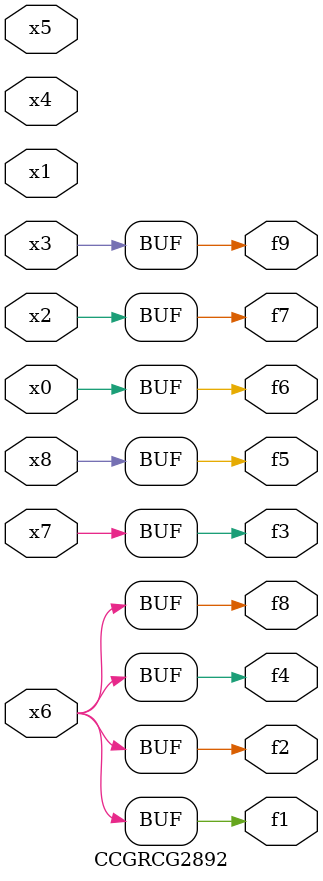
<source format=v>
module CCGRCG2892(
	input x0, x1, x2, x3, x4, x5, x6, x7, x8,
	output f1, f2, f3, f4, f5, f6, f7, f8, f9
);
	assign f1 = x6;
	assign f2 = x6;
	assign f3 = x7;
	assign f4 = x6;
	assign f5 = x8;
	assign f6 = x0;
	assign f7 = x2;
	assign f8 = x6;
	assign f9 = x3;
endmodule

</source>
